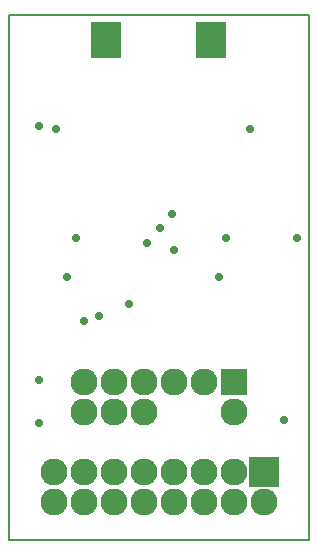
<source format=gbs>
G04 PROTEUS RS274X GERBER FILE*
%FSLAX24Y24*%
%MOIN*%
%ADD73C,0.0280*%
%ADD34R,0.1000X0.1000*%
%ADD35C,0.0900*%
%ADD42R,0.0900X0.0900*%
%ADD41R,0.0987X0.1184*%
%ADD11C,0.0080*%
G54D73*
X+2000Y+1250D03*
X-400Y+2400D03*
X+50Y+2896D03*
X+440Y+3350D03*
X+500Y+2150D03*
X-2000Y-50D03*
X-2500Y-200D03*
X-4000Y-3600D03*
X-4000Y-2165D03*
X-4000Y+6299D03*
X+4185Y-3514D03*
X+3051Y+6200D03*
X+2250Y+2559D03*
X+4600Y+2559D03*
X-3429Y+6200D03*
X-2750Y+2550D03*
X-990Y+350D03*
X-3050Y+1250D03*
G54D34*
X+3500Y-5250D03*
G54D35*
X+2500Y-5250D03*
X+1500Y-5250D03*
X+500Y-5250D03*
X-500Y-5250D03*
X-1500Y-5250D03*
X-2500Y-5250D03*
X-3500Y-5250D03*
X-3500Y-6250D03*
X-2500Y-6250D03*
X-1500Y-6250D03*
X-500Y-6250D03*
X+500Y-6250D03*
X+1500Y-6250D03*
X+2500Y-6250D03*
X+3500Y-6250D03*
G54D42*
X+2500Y-2250D03*
G54D35*
X+1500Y-2250D03*
X+500Y-2250D03*
X-500Y-2250D03*
X-1500Y-2250D03*
X-2500Y-2250D03*
X+2500Y-3250D03*
X-500Y-3250D03*
X-1500Y-3250D03*
X-2500Y-3250D03*
G54D41*
X-1751Y+9145D03*
X+1751Y+9145D03*
G54D11*
X-5000Y-7500D02*
X+5000Y-7500D01*
X+5000Y+10000D01*
X-5000Y+10000D01*
X-5000Y-7500D01*
M00*

</source>
